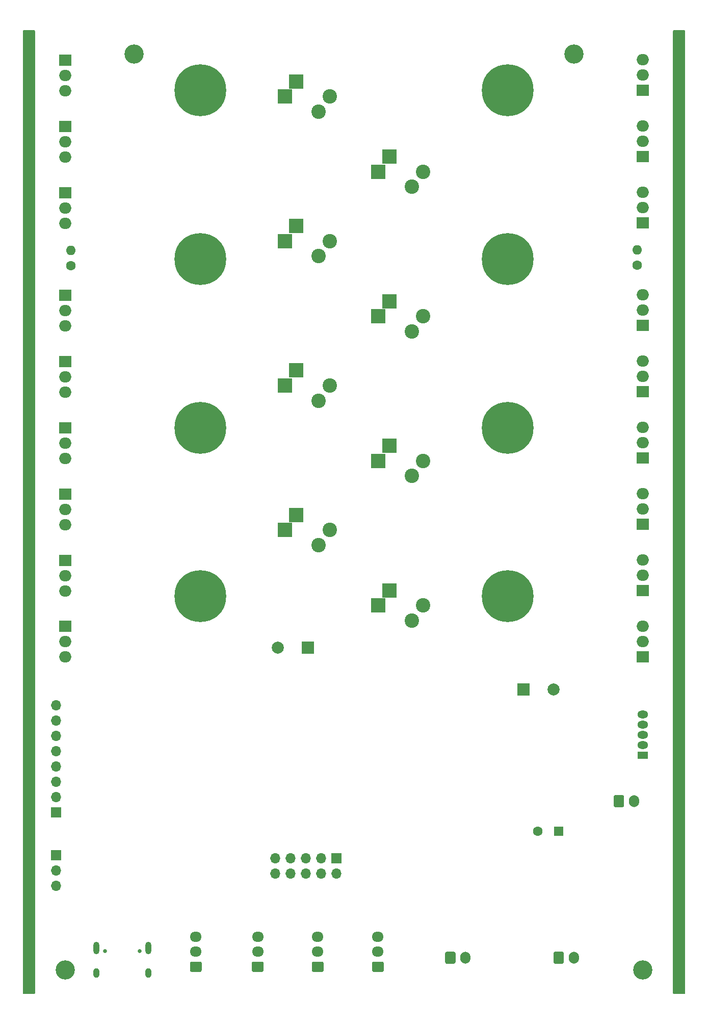
<source format=gbs>
G04 #@! TF.GenerationSoftware,KiCad,Pcbnew,(5.99.0-11727-g1ec70d30af)*
G04 #@! TF.CreationDate,2021-08-20T03:51:17+02:00*
G04 #@! TF.ProjectId,motorcontroller,6d6f746f-7263-46f6-9e74-726f6c6c6572,rev?*
G04 #@! TF.SameCoordinates,Original*
G04 #@! TF.FileFunction,Soldermask,Bot*
G04 #@! TF.FilePolarity,Negative*
%FSLAX46Y46*%
G04 Gerber Fmt 4.6, Leading zero omitted, Abs format (unit mm)*
G04 Created by KiCad (PCBNEW (5.99.0-11727-g1ec70d30af)) date 2021-08-20 03:51:17*
%MOMM*%
%LPD*%
G01*
G04 APERTURE LIST*
%ADD10R,2.400000X2.400000*%
%ADD11C,2.400000*%
%ADD12R,2.000000X1.905000*%
%ADD13O,2.000000X1.905000*%
%ADD14C,1.600000*%
%ADD15O,1.600000X1.600000*%
%ADD16R,1.700000X1.700000*%
%ADD17O,1.700000X1.700000*%
%ADD18O,1.950000X1.700000*%
%ADD19C,8.600000*%
%ADD20R,2.000000X2.000000*%
%ADD21C,2.000000*%
%ADD22C,3.200000*%
%ADD23R,1.800000X1.275000*%
%ADD24O,1.800000X1.275000*%
%ADD25O,1.700000X2.000000*%
%ADD26R,1.600000X1.600000*%
%ADD27O,1.000000X2.100000*%
%ADD28O,1.000000X1.600000*%
%ADD29C,0.650000*%
G04 APERTURE END LIST*
D10*
G04 #@! TO.C,C205*
X68500000Y-36000000D03*
X70419873Y-33500000D03*
D11*
X74080127Y-38500000D03*
X76000000Y-36000000D03*
G04 #@! TD*
D10*
G04 #@! TO.C,C206*
X84000000Y-48500000D03*
X85919873Y-46000000D03*
D11*
X89580127Y-51000000D03*
X91500000Y-48500000D03*
G04 #@! TD*
D10*
G04 #@! TO.C,C207*
X68500000Y-60000000D03*
X70419873Y-57500000D03*
D11*
X74080127Y-62500000D03*
X76000000Y-60000000D03*
G04 #@! TD*
D10*
G04 #@! TO.C,C208*
X84000000Y-72500000D03*
X85919873Y-70000000D03*
D11*
X89580127Y-75000000D03*
X91500000Y-72500000D03*
G04 #@! TD*
D10*
G04 #@! TO.C,C209*
X68500000Y-84000000D03*
X70419873Y-81500000D03*
D11*
X74080127Y-86500000D03*
X76000000Y-84000000D03*
G04 #@! TD*
D10*
G04 #@! TO.C,C210*
X84000000Y-96500000D03*
X85919873Y-94000000D03*
D11*
X89580127Y-99000000D03*
X91500000Y-96500000D03*
G04 #@! TD*
D10*
G04 #@! TO.C,C211*
X68500000Y-108000000D03*
X70419873Y-105500000D03*
D11*
X74080127Y-110500000D03*
X76000000Y-108000000D03*
G04 #@! TD*
D10*
G04 #@! TO.C,C212*
X84000000Y-120500000D03*
X85919873Y-118000000D03*
D11*
X89580127Y-123000000D03*
X91500000Y-120500000D03*
G04 #@! TD*
D12*
G04 #@! TO.C,D405*
X128000000Y-85000000D03*
D13*
X128000000Y-82460000D03*
X128000000Y-79920000D03*
G04 #@! TD*
D14*
G04 #@! TO.C,TH401*
X33000000Y-64080000D03*
D15*
X33000000Y-61540000D03*
G04 #@! TD*
D16*
G04 #@! TO.C,J107*
X30500000Y-154875000D03*
D17*
X30500000Y-152335000D03*
X30500000Y-149795000D03*
X30500000Y-147255000D03*
X30500000Y-144715000D03*
X30500000Y-142175000D03*
X30500000Y-139635000D03*
X30500000Y-137095000D03*
G04 #@! TD*
G04 #@! TO.C,J104*
G36*
G01*
X74700000Y-181350000D02*
X73250000Y-181350000D01*
G75*
G02*
X73000000Y-181100000I0J250000D01*
G01*
X73000000Y-179900000D01*
G75*
G02*
X73250000Y-179650000I250000J0D01*
G01*
X74700000Y-179650000D01*
G75*
G02*
X74950000Y-179900000I0J-250000D01*
G01*
X74950000Y-181100000D01*
G75*
G02*
X74700000Y-181350000I-250000J0D01*
G01*
G37*
D18*
X73975000Y-178000000D03*
X73975000Y-175500000D03*
G04 #@! TD*
D19*
G04 #@! TO.C,H112*
X105500000Y-91000000D03*
G04 #@! TD*
D16*
G04 #@! TO.C,J106*
X30500000Y-161975000D03*
D17*
X30500000Y-164515000D03*
X30500000Y-167055000D03*
G04 #@! TD*
D20*
G04 #@! TO.C,BZ101*
X72310784Y-127500000D03*
D21*
X67310784Y-127500000D03*
G04 #@! TD*
G04 #@! TO.C,J103*
G36*
G01*
X64725000Y-181350000D02*
X63275000Y-181350000D01*
G75*
G02*
X63025000Y-181100000I0J250000D01*
G01*
X63025000Y-179900000D01*
G75*
G02*
X63275000Y-179650000I250000J0D01*
G01*
X64725000Y-179650000D01*
G75*
G02*
X64975000Y-179900000I0J-250000D01*
G01*
X64975000Y-181100000D01*
G75*
G02*
X64725000Y-181350000I-250000J0D01*
G01*
G37*
D18*
X64000000Y-178000000D03*
X64000000Y-175500000D03*
G04 #@! TD*
D12*
G04 #@! TO.C,D401*
X32000000Y-41000000D03*
D13*
X32000000Y-43540000D03*
X32000000Y-46080000D03*
G04 #@! TD*
D19*
G04 #@! TO.C,H111*
X54500000Y-91000000D03*
G04 #@! TD*
D22*
G04 #@! TO.C,H104*
X128000000Y-181000000D03*
G04 #@! TD*
D12*
G04 #@! TO.C,Q412*
X128000000Y-129000000D03*
D13*
X128000000Y-126460000D03*
X128000000Y-123920000D03*
G04 #@! TD*
D23*
G04 #@! TO.C,U201*
X128000000Y-145400000D03*
D24*
X128000000Y-143700000D03*
X128000000Y-142000000D03*
X128000000Y-140300000D03*
X128000000Y-138600000D03*
G04 #@! TD*
D20*
G04 #@! TO.C,C214*
X108132323Y-134500000D03*
D21*
X113132323Y-134500000D03*
G04 #@! TD*
D12*
G04 #@! TO.C,Q408*
X128000000Y-57000000D03*
D13*
X128000000Y-54460000D03*
X128000000Y-51920000D03*
G04 #@! TD*
D12*
G04 #@! TO.C,Q409*
X128000000Y-74000000D03*
D13*
X128000000Y-71460000D03*
X128000000Y-68920000D03*
G04 #@! TD*
D12*
G04 #@! TO.C,Q403*
X32000000Y-69000000D03*
D13*
X32000000Y-71540000D03*
X32000000Y-74080000D03*
G04 #@! TD*
D12*
G04 #@! TO.C,Q402*
X32000000Y-52000000D03*
D13*
X32000000Y-54540000D03*
X32000000Y-57080000D03*
G04 #@! TD*
D19*
G04 #@! TO.C,H110*
X105500000Y-35000000D03*
G04 #@! TD*
G04 #@! TO.C,J109*
G36*
G01*
X113150000Y-179750000D02*
X113150000Y-178250000D01*
G75*
G02*
X113400000Y-178000000I250000J0D01*
G01*
X114600000Y-178000000D01*
G75*
G02*
X114850000Y-178250000I0J-250000D01*
G01*
X114850000Y-179750000D01*
G75*
G02*
X114600000Y-180000000I-250000J0D01*
G01*
X113400000Y-180000000D01*
G75*
G02*
X113150000Y-179750000I0J250000D01*
G01*
G37*
D25*
X116500000Y-179000000D03*
G04 #@! TD*
D19*
G04 #@! TO.C,H109*
X54500000Y-35000000D03*
G04 #@! TD*
G04 #@! TO.C,H105*
X54500000Y-119000000D03*
G04 #@! TD*
D22*
G04 #@! TO.C,H103*
X32000000Y-181000000D03*
G04 #@! TD*
D19*
G04 #@! TO.C,H107*
X54500000Y-63000000D03*
G04 #@! TD*
D14*
G04 #@! TO.C,TH402*
X127000000Y-64000000D03*
D15*
X127000000Y-61460000D03*
G04 #@! TD*
D12*
G04 #@! TO.C,Q407*
X128000000Y-35000000D03*
D13*
X128000000Y-32460000D03*
X128000000Y-29920000D03*
G04 #@! TD*
D12*
G04 #@! TO.C,Q411*
X128000000Y-107000000D03*
D13*
X128000000Y-104460000D03*
X128000000Y-101920000D03*
G04 #@! TD*
G04 #@! TO.C,J110*
G36*
G01*
X54450000Y-181350000D02*
X53000000Y-181350000D01*
G75*
G02*
X52750000Y-181100000I0J250000D01*
G01*
X52750000Y-179900000D01*
G75*
G02*
X53000000Y-179650000I250000J0D01*
G01*
X54450000Y-179650000D01*
G75*
G02*
X54700000Y-179900000I0J-250000D01*
G01*
X54700000Y-181100000D01*
G75*
G02*
X54450000Y-181350000I-250000J0D01*
G01*
G37*
D18*
X53725000Y-178000000D03*
X53725000Y-175500000D03*
G04 #@! TD*
D12*
G04 #@! TO.C,Q404*
X32000000Y-91000000D03*
D13*
X32000000Y-93540000D03*
X32000000Y-96080000D03*
G04 #@! TD*
G04 #@! TO.C,J105*
G36*
G01*
X84700000Y-181350000D02*
X83250000Y-181350000D01*
G75*
G02*
X83000000Y-181100000I0J250000D01*
G01*
X83000000Y-179900000D01*
G75*
G02*
X83250000Y-179650000I250000J0D01*
G01*
X84700000Y-179650000D01*
G75*
G02*
X84950000Y-179900000I0J-250000D01*
G01*
X84950000Y-181100000D01*
G75*
G02*
X84700000Y-181350000I-250000J0D01*
G01*
G37*
D18*
X83975000Y-178000000D03*
X83975000Y-175500000D03*
G04 #@! TD*
D12*
G04 #@! TO.C,D403*
X32000000Y-113000000D03*
D13*
X32000000Y-115540000D03*
X32000000Y-118080000D03*
G04 #@! TD*
D12*
G04 #@! TO.C,D404*
X128000000Y-46000000D03*
D13*
X128000000Y-43460000D03*
X128000000Y-40920000D03*
G04 #@! TD*
D12*
G04 #@! TO.C,Q410*
X128000000Y-96000000D03*
D13*
X128000000Y-93460000D03*
X128000000Y-90920000D03*
G04 #@! TD*
D26*
G04 #@! TO.C,C201*
X114000000Y-158000000D03*
D14*
X110500000Y-158000000D03*
G04 #@! TD*
G04 #@! TO.C,J201*
G36*
G01*
X123150000Y-153750000D02*
X123150000Y-152250000D01*
G75*
G02*
X123400000Y-152000000I250000J0D01*
G01*
X124600000Y-152000000D01*
G75*
G02*
X124850000Y-152250000I0J-250000D01*
G01*
X124850000Y-153750000D01*
G75*
G02*
X124600000Y-154000000I-250000J0D01*
G01*
X123400000Y-154000000D01*
G75*
G02*
X123150000Y-153750000I0J250000D01*
G01*
G37*
D25*
X126500000Y-153000000D03*
G04 #@! TD*
D12*
G04 #@! TO.C,Q401*
X32000000Y-30000000D03*
D13*
X32000000Y-32540000D03*
X32000000Y-35080000D03*
G04 #@! TD*
D22*
G04 #@! TO.C,H101*
X43500000Y-29000000D03*
G04 #@! TD*
D27*
G04 #@! TO.C,J101*
X45820000Y-177370000D03*
D28*
X45820000Y-181550000D03*
X37180000Y-181550000D03*
D27*
X37180000Y-177370000D03*
D29*
X38610000Y-177900000D03*
X44390000Y-177900000D03*
G04 #@! TD*
D19*
G04 #@! TO.C,H108*
X105500000Y-63000000D03*
G04 #@! TD*
G04 #@! TO.C,J108*
G36*
G01*
X95150000Y-179750000D02*
X95150000Y-178250000D01*
G75*
G02*
X95400000Y-178000000I250000J0D01*
G01*
X96600000Y-178000000D01*
G75*
G02*
X96850000Y-178250000I0J-250000D01*
G01*
X96850000Y-179750000D01*
G75*
G02*
X96600000Y-180000000I-250000J0D01*
G01*
X95400000Y-180000000D01*
G75*
G02*
X95150000Y-179750000I0J250000D01*
G01*
G37*
D25*
X98500000Y-179000000D03*
G04 #@! TD*
D12*
G04 #@! TO.C,D402*
X32000000Y-80000000D03*
D13*
X32000000Y-82540000D03*
X32000000Y-85080000D03*
G04 #@! TD*
D12*
G04 #@! TO.C,D406*
X128000000Y-118000000D03*
D13*
X128000000Y-115460000D03*
X128000000Y-112920000D03*
G04 #@! TD*
D16*
G04 #@! TO.C,J102*
X77075000Y-162480000D03*
D17*
X77075000Y-165020000D03*
X74535000Y-162480000D03*
X74535000Y-165020000D03*
X71995000Y-162480000D03*
X71995000Y-165020000D03*
X69455000Y-162480000D03*
X69455000Y-165020000D03*
X66915000Y-162480000D03*
X66915000Y-165020000D03*
G04 #@! TD*
D22*
G04 #@! TO.C,H102*
X116500000Y-29000000D03*
G04 #@! TD*
D12*
G04 #@! TO.C,Q406*
X32000000Y-124000000D03*
D13*
X32000000Y-126540000D03*
X32000000Y-129080000D03*
G04 #@! TD*
D19*
G04 #@! TO.C,H106*
X105500000Y-119000000D03*
G04 #@! TD*
D12*
G04 #@! TO.C,Q405*
X32000000Y-102000000D03*
D13*
X32000000Y-104540000D03*
X32000000Y-107080000D03*
G04 #@! TD*
G36*
X26942121Y-25020002D02*
G01*
X26988614Y-25073658D01*
X27000000Y-25126000D01*
X27000000Y-184874000D01*
X26979998Y-184942121D01*
X26926342Y-184988614D01*
X26874000Y-185000000D01*
X25126000Y-185000000D01*
X25057879Y-184979998D01*
X25011386Y-184926342D01*
X25000000Y-184874000D01*
X25000000Y-25126000D01*
X25020002Y-25057879D01*
X25073658Y-25011386D01*
X25126000Y-25000000D01*
X26874000Y-25000000D01*
X26942121Y-25020002D01*
G37*
G36*
X134942121Y-25020002D02*
G01*
X134988614Y-25073658D01*
X135000000Y-25126000D01*
X135000000Y-184874000D01*
X134979998Y-184942121D01*
X134926342Y-184988614D01*
X134874000Y-185000000D01*
X133126000Y-185000000D01*
X133057879Y-184979998D01*
X133011386Y-184926342D01*
X133000000Y-184874000D01*
X133000000Y-25126000D01*
X133020002Y-25057879D01*
X133073658Y-25011386D01*
X133126000Y-25000000D01*
X134874000Y-25000000D01*
X134942121Y-25020002D01*
G37*
M02*

</source>
